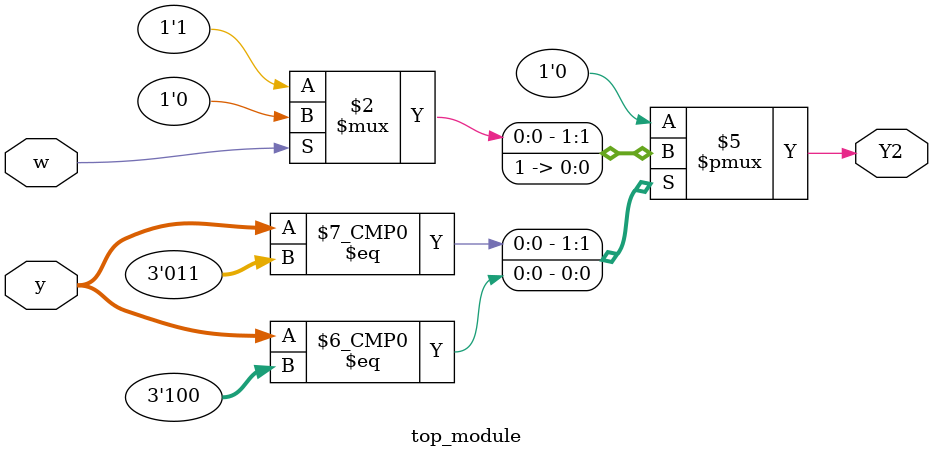
<source format=sv>
module top_module(
    input [3:1] y,
    input w,
    output reg Y2
);

always @(*) begin
    case (y)
        3'b000: Y2 = 1'b0; // State A
        3'b001: Y2 = 1'b0; // State B
        3'b010: Y2 = 1'b0; // State C
        3'b011: begin // State D
            Y2 = w ? 1'b0 : 1'b1;
        end
        3'b100: Y2 = 1'b1; // State E
        3'b101: Y2 = 1'b0; // State F
        default: Y2 = 1'b0;
    endcase
end

endmodule

</source>
